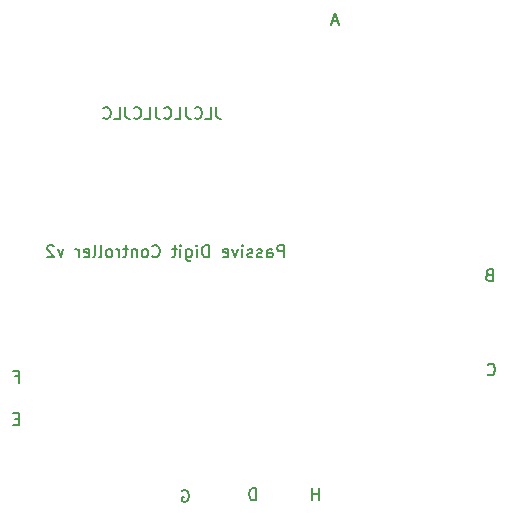
<source format=gbr>
%TF.GenerationSoftware,KiCad,Pcbnew,(5.1.6)-1*%
%TF.CreationDate,2020-10-26T14:55:52-07:00*%
%TF.ProjectId,DigitController2,44696769-7443-46f6-9e74-726f6c6c6572,rev?*%
%TF.SameCoordinates,Original*%
%TF.FileFunction,Legend,Bot*%
%TF.FilePolarity,Positive*%
%FSLAX46Y46*%
G04 Gerber Fmt 4.6, Leading zero omitted, Abs format (unit mm)*
G04 Created by KiCad (PCBNEW (5.1.6)-1) date 2020-10-26 14:55:52*
%MOMM*%
%LPD*%
G01*
G04 APERTURE LIST*
%ADD10C,0.150000*%
G04 APERTURE END LIST*
D10*
X140239714Y-127706380D02*
X140239714Y-126706380D01*
X140239714Y-127182571D02*
X139668285Y-127182571D01*
X139668285Y-127706380D02*
X139668285Y-126706380D01*
X128638095Y-126900000D02*
X128733333Y-126852380D01*
X128876190Y-126852380D01*
X129019047Y-126900000D01*
X129114285Y-126995238D01*
X129161904Y-127090476D01*
X129209523Y-127280952D01*
X129209523Y-127423809D01*
X129161904Y-127614285D01*
X129114285Y-127709523D01*
X129019047Y-127804761D01*
X128876190Y-127852380D01*
X128780952Y-127852380D01*
X128638095Y-127804761D01*
X128590476Y-127757142D01*
X128590476Y-127423809D01*
X128780952Y-127423809D01*
X114457142Y-117228571D02*
X114790476Y-117228571D01*
X114790476Y-117752380D02*
X114790476Y-116752380D01*
X114314285Y-116752380D01*
X114814285Y-120828571D02*
X114480952Y-120828571D01*
X114338095Y-121352380D02*
X114814285Y-121352380D01*
X114814285Y-120352380D01*
X114338095Y-120352380D01*
X134881904Y-127706380D02*
X134881904Y-126706380D01*
X134643809Y-126706380D01*
X134500952Y-126754000D01*
X134405714Y-126849238D01*
X134358095Y-126944476D01*
X134310476Y-127134952D01*
X134310476Y-127277809D01*
X134358095Y-127468285D01*
X134405714Y-127563523D01*
X134500952Y-127658761D01*
X134643809Y-127706380D01*
X134881904Y-127706380D01*
X154490476Y-117057142D02*
X154538095Y-117104761D01*
X154680952Y-117152380D01*
X154776190Y-117152380D01*
X154919047Y-117104761D01*
X155014285Y-117009523D01*
X155061904Y-116914285D01*
X155109523Y-116723809D01*
X155109523Y-116580952D01*
X155061904Y-116390476D01*
X155014285Y-116295238D01*
X154919047Y-116200000D01*
X154776190Y-116152380D01*
X154680952Y-116152380D01*
X154538095Y-116200000D01*
X154490476Y-116247619D01*
X154628571Y-108628571D02*
X154485714Y-108676190D01*
X154438095Y-108723809D01*
X154390476Y-108819047D01*
X154390476Y-108961904D01*
X154438095Y-109057142D01*
X154485714Y-109104761D01*
X154580952Y-109152380D01*
X154961904Y-109152380D01*
X154961904Y-108152380D01*
X154628571Y-108152380D01*
X154533333Y-108200000D01*
X154485714Y-108247619D01*
X154438095Y-108342857D01*
X154438095Y-108438095D01*
X154485714Y-108533333D01*
X154533333Y-108580952D01*
X154628571Y-108628571D01*
X154961904Y-108628571D01*
X141838095Y-87166666D02*
X141361904Y-87166666D01*
X141933333Y-87452380D02*
X141600000Y-86452380D01*
X141266666Y-87452380D01*
X131541047Y-94442380D02*
X131541047Y-95156666D01*
X131588666Y-95299523D01*
X131683904Y-95394761D01*
X131826761Y-95442380D01*
X131922000Y-95442380D01*
X130588666Y-95442380D02*
X131064857Y-95442380D01*
X131064857Y-94442380D01*
X129683904Y-95347142D02*
X129731523Y-95394761D01*
X129874380Y-95442380D01*
X129969619Y-95442380D01*
X130112476Y-95394761D01*
X130207714Y-95299523D01*
X130255333Y-95204285D01*
X130302952Y-95013809D01*
X130302952Y-94870952D01*
X130255333Y-94680476D01*
X130207714Y-94585238D01*
X130112476Y-94490000D01*
X129969619Y-94442380D01*
X129874380Y-94442380D01*
X129731523Y-94490000D01*
X129683904Y-94537619D01*
X128969619Y-94442380D02*
X128969619Y-95156666D01*
X129017238Y-95299523D01*
X129112476Y-95394761D01*
X129255333Y-95442380D01*
X129350571Y-95442380D01*
X128017238Y-95442380D02*
X128493428Y-95442380D01*
X128493428Y-94442380D01*
X127112476Y-95347142D02*
X127160095Y-95394761D01*
X127302952Y-95442380D01*
X127398190Y-95442380D01*
X127541047Y-95394761D01*
X127636285Y-95299523D01*
X127683904Y-95204285D01*
X127731523Y-95013809D01*
X127731523Y-94870952D01*
X127683904Y-94680476D01*
X127636285Y-94585238D01*
X127541047Y-94490000D01*
X127398190Y-94442380D01*
X127302952Y-94442380D01*
X127160095Y-94490000D01*
X127112476Y-94537619D01*
X126398190Y-94442380D02*
X126398190Y-95156666D01*
X126445809Y-95299523D01*
X126541047Y-95394761D01*
X126683904Y-95442380D01*
X126779142Y-95442380D01*
X125445809Y-95442380D02*
X125922000Y-95442380D01*
X125922000Y-94442380D01*
X124541047Y-95347142D02*
X124588666Y-95394761D01*
X124731523Y-95442380D01*
X124826761Y-95442380D01*
X124969619Y-95394761D01*
X125064857Y-95299523D01*
X125112476Y-95204285D01*
X125160095Y-95013809D01*
X125160095Y-94870952D01*
X125112476Y-94680476D01*
X125064857Y-94585238D01*
X124969619Y-94490000D01*
X124826761Y-94442380D01*
X124731523Y-94442380D01*
X124588666Y-94490000D01*
X124541047Y-94537619D01*
X123826761Y-94442380D02*
X123826761Y-95156666D01*
X123874380Y-95299523D01*
X123969619Y-95394761D01*
X124112476Y-95442380D01*
X124207714Y-95442380D01*
X122874380Y-95442380D02*
X123350571Y-95442380D01*
X123350571Y-94442380D01*
X121969619Y-95347142D02*
X122017238Y-95394761D01*
X122160095Y-95442380D01*
X122255333Y-95442380D01*
X122398190Y-95394761D01*
X122493428Y-95299523D01*
X122541047Y-95204285D01*
X122588666Y-95013809D01*
X122588666Y-94870952D01*
X122541047Y-94680476D01*
X122493428Y-94585238D01*
X122398190Y-94490000D01*
X122255333Y-94442380D01*
X122160095Y-94442380D01*
X122017238Y-94490000D01*
X121969619Y-94537619D01*
X137254000Y-107132380D02*
X137254000Y-106132380D01*
X136873047Y-106132380D01*
X136777809Y-106180000D01*
X136730190Y-106227619D01*
X136682571Y-106322857D01*
X136682571Y-106465714D01*
X136730190Y-106560952D01*
X136777809Y-106608571D01*
X136873047Y-106656190D01*
X137254000Y-106656190D01*
X135825428Y-107132380D02*
X135825428Y-106608571D01*
X135873047Y-106513333D01*
X135968285Y-106465714D01*
X136158761Y-106465714D01*
X136254000Y-106513333D01*
X135825428Y-107084761D02*
X135920666Y-107132380D01*
X136158761Y-107132380D01*
X136254000Y-107084761D01*
X136301619Y-106989523D01*
X136301619Y-106894285D01*
X136254000Y-106799047D01*
X136158761Y-106751428D01*
X135920666Y-106751428D01*
X135825428Y-106703809D01*
X135396857Y-107084761D02*
X135301619Y-107132380D01*
X135111142Y-107132380D01*
X135015904Y-107084761D01*
X134968285Y-106989523D01*
X134968285Y-106941904D01*
X135015904Y-106846666D01*
X135111142Y-106799047D01*
X135254000Y-106799047D01*
X135349238Y-106751428D01*
X135396857Y-106656190D01*
X135396857Y-106608571D01*
X135349238Y-106513333D01*
X135254000Y-106465714D01*
X135111142Y-106465714D01*
X135015904Y-106513333D01*
X134587333Y-107084761D02*
X134492095Y-107132380D01*
X134301619Y-107132380D01*
X134206380Y-107084761D01*
X134158761Y-106989523D01*
X134158761Y-106941904D01*
X134206380Y-106846666D01*
X134301619Y-106799047D01*
X134444476Y-106799047D01*
X134539714Y-106751428D01*
X134587333Y-106656190D01*
X134587333Y-106608571D01*
X134539714Y-106513333D01*
X134444476Y-106465714D01*
X134301619Y-106465714D01*
X134206380Y-106513333D01*
X133730190Y-107132380D02*
X133730190Y-106465714D01*
X133730190Y-106132380D02*
X133777809Y-106180000D01*
X133730190Y-106227619D01*
X133682571Y-106180000D01*
X133730190Y-106132380D01*
X133730190Y-106227619D01*
X133349238Y-106465714D02*
X133111142Y-107132380D01*
X132873047Y-106465714D01*
X132111142Y-107084761D02*
X132206380Y-107132380D01*
X132396857Y-107132380D01*
X132492095Y-107084761D01*
X132539714Y-106989523D01*
X132539714Y-106608571D01*
X132492095Y-106513333D01*
X132396857Y-106465714D01*
X132206380Y-106465714D01*
X132111142Y-106513333D01*
X132063523Y-106608571D01*
X132063523Y-106703809D01*
X132539714Y-106799047D01*
X130873047Y-107132380D02*
X130873047Y-106132380D01*
X130634952Y-106132380D01*
X130492095Y-106180000D01*
X130396857Y-106275238D01*
X130349238Y-106370476D01*
X130301619Y-106560952D01*
X130301619Y-106703809D01*
X130349238Y-106894285D01*
X130396857Y-106989523D01*
X130492095Y-107084761D01*
X130634952Y-107132380D01*
X130873047Y-107132380D01*
X129873047Y-107132380D02*
X129873047Y-106465714D01*
X129873047Y-106132380D02*
X129920666Y-106180000D01*
X129873047Y-106227619D01*
X129825428Y-106180000D01*
X129873047Y-106132380D01*
X129873047Y-106227619D01*
X128968285Y-106465714D02*
X128968285Y-107275238D01*
X129015904Y-107370476D01*
X129063523Y-107418095D01*
X129158761Y-107465714D01*
X129301619Y-107465714D01*
X129396857Y-107418095D01*
X128968285Y-107084761D02*
X129063523Y-107132380D01*
X129254000Y-107132380D01*
X129349238Y-107084761D01*
X129396857Y-107037142D01*
X129444476Y-106941904D01*
X129444476Y-106656190D01*
X129396857Y-106560952D01*
X129349238Y-106513333D01*
X129254000Y-106465714D01*
X129063523Y-106465714D01*
X128968285Y-106513333D01*
X128492095Y-107132380D02*
X128492095Y-106465714D01*
X128492095Y-106132380D02*
X128539714Y-106180000D01*
X128492095Y-106227619D01*
X128444476Y-106180000D01*
X128492095Y-106132380D01*
X128492095Y-106227619D01*
X128158761Y-106465714D02*
X127777809Y-106465714D01*
X128015904Y-106132380D02*
X128015904Y-106989523D01*
X127968285Y-107084761D01*
X127873047Y-107132380D01*
X127777809Y-107132380D01*
X126111142Y-107037142D02*
X126158761Y-107084761D01*
X126301619Y-107132380D01*
X126396857Y-107132380D01*
X126539714Y-107084761D01*
X126634952Y-106989523D01*
X126682571Y-106894285D01*
X126730190Y-106703809D01*
X126730190Y-106560952D01*
X126682571Y-106370476D01*
X126634952Y-106275238D01*
X126539714Y-106180000D01*
X126396857Y-106132380D01*
X126301619Y-106132380D01*
X126158761Y-106180000D01*
X126111142Y-106227619D01*
X125539714Y-107132380D02*
X125634952Y-107084761D01*
X125682571Y-107037142D01*
X125730190Y-106941904D01*
X125730190Y-106656190D01*
X125682571Y-106560952D01*
X125634952Y-106513333D01*
X125539714Y-106465714D01*
X125396857Y-106465714D01*
X125301619Y-106513333D01*
X125254000Y-106560952D01*
X125206380Y-106656190D01*
X125206380Y-106941904D01*
X125254000Y-107037142D01*
X125301619Y-107084761D01*
X125396857Y-107132380D01*
X125539714Y-107132380D01*
X124777809Y-106465714D02*
X124777809Y-107132380D01*
X124777809Y-106560952D02*
X124730190Y-106513333D01*
X124634952Y-106465714D01*
X124492095Y-106465714D01*
X124396857Y-106513333D01*
X124349238Y-106608571D01*
X124349238Y-107132380D01*
X124015904Y-106465714D02*
X123634952Y-106465714D01*
X123873047Y-106132380D02*
X123873047Y-106989523D01*
X123825428Y-107084761D01*
X123730190Y-107132380D01*
X123634952Y-107132380D01*
X123301619Y-107132380D02*
X123301619Y-106465714D01*
X123301619Y-106656190D02*
X123254000Y-106560952D01*
X123206380Y-106513333D01*
X123111142Y-106465714D01*
X123015904Y-106465714D01*
X122539714Y-107132380D02*
X122634952Y-107084761D01*
X122682571Y-107037142D01*
X122730190Y-106941904D01*
X122730190Y-106656190D01*
X122682571Y-106560952D01*
X122634952Y-106513333D01*
X122539714Y-106465714D01*
X122396857Y-106465714D01*
X122301619Y-106513333D01*
X122254000Y-106560952D01*
X122206380Y-106656190D01*
X122206380Y-106941904D01*
X122254000Y-107037142D01*
X122301619Y-107084761D01*
X122396857Y-107132380D01*
X122539714Y-107132380D01*
X121634952Y-107132380D02*
X121730190Y-107084761D01*
X121777809Y-106989523D01*
X121777809Y-106132380D01*
X121111142Y-107132380D02*
X121206380Y-107084761D01*
X121254000Y-106989523D01*
X121254000Y-106132380D01*
X120349238Y-107084761D02*
X120444476Y-107132380D01*
X120634952Y-107132380D01*
X120730190Y-107084761D01*
X120777809Y-106989523D01*
X120777809Y-106608571D01*
X120730190Y-106513333D01*
X120634952Y-106465714D01*
X120444476Y-106465714D01*
X120349238Y-106513333D01*
X120301619Y-106608571D01*
X120301619Y-106703809D01*
X120777809Y-106799047D01*
X119873047Y-107132380D02*
X119873047Y-106465714D01*
X119873047Y-106656190D02*
X119825428Y-106560952D01*
X119777809Y-106513333D01*
X119682571Y-106465714D01*
X119587333Y-106465714D01*
X118587333Y-106465714D02*
X118349238Y-107132380D01*
X118111142Y-106465714D01*
X117777809Y-106227619D02*
X117730190Y-106180000D01*
X117634952Y-106132380D01*
X117396857Y-106132380D01*
X117301619Y-106180000D01*
X117254000Y-106227619D01*
X117206380Y-106322857D01*
X117206380Y-106418095D01*
X117254000Y-106560952D01*
X117825428Y-107132380D01*
X117206380Y-107132380D01*
M02*

</source>
